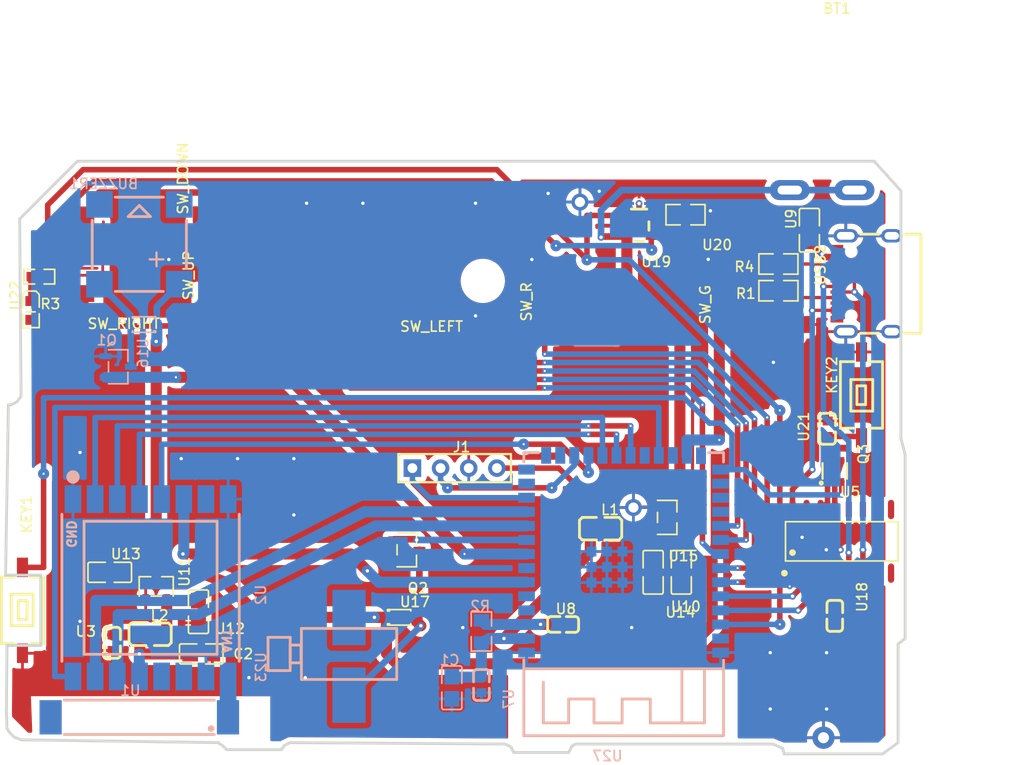
<source format=kicad_pcb>
(kicad_pcb (version 20240108) (generator "pcbnew") (generator_version "8.0")
  (title_block (title "MotoLoRa x Waffles") (date "2025-01-31") (rev "v0.4") (comment 2 "Modified by ON4BCY for Motorola Advisor Linguist") (comment 3 "Original concept by ON6RF & ON4PFD"))
  (layers (0 "F.Cu" signal "TopLayer") (31 "B.Cu" signal "BottomLayer") (34 "B.Paste" user "BottomPasteMaskLayer") (35 "F.Paste" user "TopPasteMaskLayer") (36 "B.SilkS" user "BottomSilkLayer") (37 "F.SilkS" user "TopSilkLayer") (38 "B.Mask" user "BottomSolderMaskLayer") (39 "F.Mask" user "TopSolderMaskLayer") (44 "Edge.Cuts" user "BoardOutLine"))
  (net 1 "")
  (net 2 "D-")
  (net 3 "D+")
  (net 4 "RADIO_RST")
  (net 5 "3.3V_RF")
  (net 6 "RADIO_DIO0")
  (net 7 "RADIO_DIO1")
  (net 8 "BATT")
  (net 9 "U1_1")
  (net 10 "3.3V")
  (net 11 "U8_2")
  (net 12 "MOTOR")
  (net 13 "U17_2")
  (net 14 "BUZZER1_2")
  (net 15 "ESP32_RX")
  (net 16 "ESP32_TX")
  (net 17 "+5V")
  (net 18 "IO0")
  (net 19 "RADIO_DIO2")
  (net 20 "CHARG")
  (net 21 "BTN-RED")
  (net 22 "BTN-LEFT")
  (net 23 "BTN-DOWN")
  (net 24 "BTN-GREEN")
  (net 25 "BTN-UP")
  (net 26 "BTN-RIGHT")
  (net 27 "BUZZER")
  (net 28 "RADIO_CS")
  (net 29 "ESP32_MOSI")
  (net 30 "ESP32_MISO")
  (net 31 "ESP32_CK")
  (net 32 "ESP32_SCL")
  (net 33 "ESP32_SDA")
  (net 34 "GND")
  (net 35 "U14_2")
  (net 36 "U11_2")
  (net 37 "U19_5")
  (net 38 "USB2_B5")
  (net 39 "USB2_A5")
  (net 40 "RTS")
  (net 41 "DTR")
  (net 42 "U5_4")
  (net 43 "RST")
  (net 44 "R3_2")
  (footprint "MotoLoRaXWaffles:L0805" (layer "F.Cu") (at 119.21 121.585)
    (property "Reference" "L2")
    (property "Value" "600Ω" (hide yes))
  )
  (footprint "MotoLoRaXWaffles:SW-SMD_L6.0-W3.7-LS8.0" (layer "F.Cu") (at 183.345 99.995 90)
    (property "Reference" "KEY2")
    (property "Value" "BUTTON2-3*6*2.5" (hide yes))
  )
  (footprint "MotoLoRaXWaffles:C0603" (layer "F.Cu") (at 156.421 120.696 180)
    (property "Reference" "U8")
    (property "Value" "1uF" (hide yes))
  )
  (footprint "MotoLoRaXWaffles:Pad_gge6166" (layer "F.Cu") (at 149.182 89.708)
    (property "Reference" "Pad_gge6166" (hide yes))
    (property "Value" "Pad_gge6166" (hide yes))
  )
  (footprint "MotoLoRaXWaffles:PUSH_BUTTON_MOTOLORA" (layer "F.Cu") (at 127.465 91.486 90)
    (property "Reference" "SW_UP")
    (property "Value" "BUTTON" (hide yes))
  )
  (footprint "MotoLoRaXWaffles:PUSH_BUTTON_MOTOLORA" (layer "F.Cu") (at 174.074 93.645 90)
    (property "Reference" "SW_G")
    (property "Value" "BUTTON" (hide yes))
  )
  (footprint "MotoLoRaXWaffles:C0603" (layer "F.Cu") (at 115.781 122.347 90)
    (property "Reference" "U3")
    (property "Value" "100nF" (hide yes))
  )
  (footprint "MotoLoRaXWaffles:R0805" (layer "F.Cu") (at 167.47 83.739 180)
    (property "Reference" "U20")
    (property "Value" "2.2kΩ" (hide yes))
  )
  (footprint "MotoLoRaXWaffles:PUSH_BUTTON_MOTOLORA" (layer "F.Cu") (at 157.945 93.391 90)
    (property "Reference" "SW_R")
    (property "Value" "BUTTON" (hide yes))
  )
  (footprint "MotoLoRaXWaffles:PUSH_BUTTON_MOTOLORA" (layer "F.Cu") (at 141.562 87.93 180)
    (property "Reference" "SW_LEFT")
    (property "Value" "BUTTON" (hide yes))
  )
  (footprint "MotoLoRaXWaffles:USB-C-SMD_CQ-USB-TYPE-C" (layer "F.Cu") (at 183.599 89.962 90)
    (property "Reference" "USB2")
    (property "Value" "CQ-USB- TYPE-C 16P母座四脚插板有柱" (hide yes))
  )
  (footprint "MotoLoRaXWaffles:C0805" (layer "F.Cu") (at 178.646 85.136 90)
    (property "Reference" "U9")
    (property "Value" "1uF" (hide yes))
  )
  (footprint "MotoLoRaXWaffles:C0805" (layer "F.Cu") (at 123.782 123.363 180)
    (property "Reference" "C2")
    (property "Value" "10uF" (hide yes))
  )
  (footprint "MotoLoRaXWaffles:PUSH_BUTTON_MOTOLORA" (layer "F.Cu") (at 126.957 83.739 90)
    (property "Reference" "SW_DOWN")
    (property "Value" "BUTTON" (hide yes))
  )
  (footprint "MotoLoRaXWaffles:C0805" (layer "F.Cu") (at 123.528 119.553 90)
    (property "Reference" "U12")
    (property "Value" "1uF" (hide yes))
  )
  (footprint "MotoLoRaXWaffles:C0603" (layer "F.Cu") (at 180.932 119.934 -90)
    (property "Reference" "U18")
    (property "Value" "100nF" (hide yes))
  )
  (footprint "MotoLoRaXWaffles:SOT-23-3_L3.0-W1.6-P1.90-LS2.8-BR" (layer "F.Cu") (at 142.324 113.965 180)
    (property "Reference" "Q2")
    (property "Value" "AO3400A" (hide yes))
  )
  (footprint "MotoLoRaXWaffles:C0805" (layer "F.Cu") (at 164.549 115.997 90)
    (property "Reference" "U14")
    (property "Value" "1uF" (hide yes))
  )
  (footprint "MotoLoRaXWaffles:PUSH_BUTTON_MOTOLORA" (layer "F.Cu") (at 113.368 87.676 180)
    (property "Reference" "SW_RIGHT")
    (property "Value" "BUTTON" (hide yes))
  )
  (footprint "MotoLoRaXWaffles:HDR-M-2.54_1X4" (layer "F.Cu") (at 146.642 106.599)
    (property "Reference" "J1")
    (property "Value" "HDR-M-2.54_1x4" (hide yes))
  )
  (footprint "MotoLoRaXWaffles:C0603" (layer "F.Cu") (at 180.297 103.043 90)
    (property "Reference" "U21")
    (property "Value" "10uF" (hide yes))
  )
  (footprint "MotoLoRaXWaffles:LED0603-FD" (layer "F.Cu") (at 108.415 92.375 90)
    (property "Reference" "U22")
    (property "Value" "APT1608SRCPRV" (hide yes))
  )
  (footprint "MotoLoRaXWaffles:SW-SMD_L6.0-W3.7-LS8.0" (layer "F.Cu") (at 107.6531 119.426 -90)
    (property "Reference" "KEY1")
    (property "Value" "BUTTON2-3*6*2.5" (hide yes))
  )
  (footprint "MotoLoRaXWaffles:R0603" (layer "F.Cu") (at 109.177 89.327 180)
    (property "Reference" "R3")
    (property "Value" "270ohms" (hide yes))
  )
  (footprint "MotoLoRaXWaffles:Pad_gge29981" (layer "F.Cu") (at 162.771 110.155)
    (property "Reference" "Pad_gge29981" (hide yes))
    (property "Value" "Pad_gge29981" (hide yes))
  )
  (footprint "MotoLoRaXWaffles:SOT-23-3_L2.9-W1.6-P1.90-LS2.8-BR" (layer "F.Cu") (at 165.819 111.044 180)
    (property "Reference" "U15")
    (property "Value" "MD57E33QA3" (hide yes))
  )
  (footprint "MotoLoRaXWaffles:SOT-23-5_L2.9-W1.6-P0.95-LS2.8-BR" (layer "F.Cu") (at 163.279 84.755 180)
    (property "Reference" "U19")
    (property "Value" "TP4054S5" (hide yes))
  )
  (footprint "MotoLoRaXWaffles:SOD-323FL_L1.7-W1.3-LS2.5-RD" (layer "F.Cu") (at 141.689 120.061)
    (property "Reference" "U17")
    (property "Value" "1N4148WF" (hide yes))
  )
  (footprint "MotoLoRaXWaffles:SOP-16_L10.0-W3.9-P1.27-LS6.0-BL" (layer "F.Cu") (at 181.567 113.203)
    (property "Reference" "U5")
    (property "Value" "CH340C" (hide yes))
  )
  (footprint "MotoLoRaXWaffles:R0805" (layer "F.Cu") (at 175.852 90.597)
    (property "Reference" "R1")
    (property "Value" "5.1kΩ" (hide yes))
  )
  (footprint "MotoLoRaXWaffles:SOT-23-3_L2.9-W1.6-P1.90-LS2.8-BR" (layer "F.Cu") (at 119.718 117.267 -90)
    (property "Reference" "U11")
    (property "Value" "MD57E33QA3" (hide yes))
  )
  (footprint "MotoLoRaXWaffles:L0805" (layer "F.Cu") (at 159.85 112.06)
    (property "Reference" "L1")
    (property "Value" "600Ω" (hide yes))
  )
  (footprint "MotoLoRaXWaffles:Pad_gge30041" (layer "F.Cu") (at 163.279 82.723)
    (property "Reference" "Pad_gge30041" (hide yes))
    (property "Value" "Pad_gge30041" (hide yes))
  )
  (footprint "MotoLoRaXWaffles:C0805" (layer "F.Cu") (at 167.089 115.997 90)
    (property "Reference" "U10")
    (property "Value" "1uF" (hide yes))
  )
  (footprint "MotoLoRaXWaffles:SC-70-6_L2.2-W1.3-P0.65-LS2.1-BR" (layer "F.Cu") (at 180.932 106.853 -90)
    (property "Reference" "Q3")
    (property "Value" "UMH3N" (hide yes))
  )
  (footprint "MotoLoRaXWaffles:AAA_MOTOROLA_ADVISDOR_LINGUIST" (layer "F.Cu") (at 179.789 106.218)
    (property "Reference" "BT1")
    (property "Value" "r" (hide yes))
  )
  (footprint "MotoLoRaXWaffles:R0805" (layer "F.Cu") (at 175.852 88.184)
    (property "Reference" "R4")
    (property "Value" "5.1kΩ" (hide yes))
  )
  (footprint "MotoLoRaXWaffles:Pad_gge30020" (layer "F.Cu") (at 157.945 82.596)
    (property "Reference" "Pad_gge30020" (hide yes))
    (property "Value" "Pad_gge30020" (hide yes))
  )
  (footprint "MotoLoRaXWaffles:C0805" (layer "F.Cu") (at 115.527 115.997)
    (property "Reference" "U13")
    (property "Value" "1uF" (hide yes))
  )
  (footprint "MotoLoRaXWaffles:C0603" (layer "B.Cu") (at 149.055 126.157 90)
    (property "Reference" "U7")
    (property "Value" "100nF" (hide yes))
  )
  (footprint "MotoLoRaXWaffles:SOT-23-3_L3.0-W1.6-P1.90-LS2.8-BR" (layer "B.Cu") (at 116.289 97.455 180)
    (property "Reference" "Q1")
    (property "Value" "AO3400A" (hide yes))
  )
  (footprint "MotoLoRaXWaffles:WIRELM-SMD_ESP32-S3-WROOM-1" (layer "B.Cu") (at 161.882 114.346)
    (property "Reference" "U27")
    (property "Value" "ESP32-S3-WROOM-1(N8R2)" (hide yes))
  )
  (footprint "MotoLoRaXWaffles:ANT-SMD_L16.0-W3.1" (layer "B.Cu") (at 118.194 129.078 180)
    (property "Reference" "U1")
    (property "Value" "AN1603-433" (hide yes))
  )
  (footprint "MotoLoRaXWaffles:SOD-323FL_L1.7-W1.3-LS2.5-RD" (layer "B.Cu") (at 118.575 93.645 180)
    (property "Reference" "U16")
    (property "Value" "1N4148WF" (hide yes))
  )
  (footprint "MotoLoRaXWaffles:C0805" (layer "B.Cu") (at 146.388 126.411 90)
    (property "Reference" "C1")
    (property "Value" "10uF" (hide yes))
  )
  (footprint "MotoLoRaXWaffles:WIRELM-SMD_SX1278S165SY-T-X1" (layer "B.Cu") (at 119.21 117.394 90)
    (property "Reference" "U2")
    (property "Value" "SX1278S43S+T-X1" (hide yes))
  )
  (footprint "MotoLoRaXWaffles:BUZ-SMD_4P-L8.5-W8.5-P8.50-BR" (layer "B.Cu") (at 118.194 86.406 180)
    (property "Reference" "BUZZER1")
    (property "Value" "2700Hz" (hide yes))
  )
  (footprint "MotoLoRaXWaffles:MOTOR_LCM04084521-B1" (layer "B.Cu") (at 137.117 123.363 -90)
    (property "Reference" "U23")
    (property "Value" "LCM04084521-B1" (hide yes))
  )
  (footprint "MotoLoRaXWaffles:R0805" (layer "B.Cu") (at 149.055 121.331 90)
    (property "Reference" "R2")
    (property "Value" "10kΩ" (hide yes))
  )
  (gr_line (start 106.383 100.884) (end 106.129 116.251) (stroke (width 0.254)) (layer "Edge.Cuts"))
  (gr_line (start 131.529 131.491) (end 131.783 131.364) (stroke (width 0.254)) (layer "Edge.Cuts"))
  (gr_line (start 176.36 132.38) (end 185.25 132.38) (stroke (width 0.254)) (layer "Edge.Cuts"))
  (gr_line (start 131.021 131.999) (end 131.275 131.618) (stroke (width 0.254)) (layer "Edge.Cuts"))
  (gr_line (start 131.275 131.618) (end 131.529 131.491) (stroke (width 0.254)) (layer "Edge.Cuts"))
  (gr_line (start 151.214 131.491) (end 151.722 131.745) (stroke (width 0.254)) (layer "Edge.Cuts"))
  (gr_line (start 157.31 131.618) (end 157.564 131.491) (stroke (width 0.254)) (layer "Edge.Cuts"))
  (gr_line (start 125.687 131.618) (end 125.941 131.872) (stroke (width 0.254)) (layer "Edge.Cuts"))
  (gr_line (start 157.183 131.745) (end 157.31 131.618) (stroke (width 0.254)) (layer "Edge.Cuts"))
  (gr_line (start 175.344 131.491) (end 176.233 131.872) (stroke (width 0.254)) (layer "Edge.Cuts"))
  (gr_line (start 151.976 132.253) (end 156.929 132.253) (stroke (width 0.254)) (layer "Edge.Cuts"))
  (gr_line (start 106.637 100.884) (end 106.383 100.884) (stroke (width 0.254)) (layer "Edge.Cuts"))
  (gr_line (start 131.783 131.364) (end 151.214 131.491) (stroke (width 0.254)) (layer "Edge.Cuts"))
  (gr_line (start 184.488 78.913) (end 112.606 78.913) (stroke (width 0.254)) (layer "Edge.Cuts"))
  (gr_line (start 186.647 131.364) (end 186.647 122.474) (stroke (width 0.254)) (layer "Edge.Cuts"))
  (gr_line (start 106.891 100.757) (end 106.637 100.884) (stroke (width 0.254)) (layer "Edge.Cuts"))
  (gr_line (start 156.929 132.253) (end 157.183 131.745) (stroke (width 0.254)) (layer "Edge.Cuts"))
  (gr_line (start 110.5765 80.9374) (end 107.399 84.12) (stroke (width 0.254)) (layer "Edge.Cuts"))
  (gr_line (start 186.647 122.474) (end 187.282 121.966) (stroke (width 0.254)) (layer "Edge.Cuts"))
  (gr_line (start 157.564 131.491) (end 175.344 131.491) (stroke (width 0.254)) (layer "Edge.Cuts"))
  (gr_line (start 106.256 122.601) (end 106.2051 128.6462) (stroke (width 0.254)) (layer "Edge.Cuts"))
  (gr_line (start 125.941 131.872) (end 126.068 131.999) (stroke (width 0.254)) (layer "Edge.Cuts"))
  (gr_line (start 106.256 130.094) (end 106.51 130.475) (stroke (width 0.254)) (layer "Edge.Cuts"))
  (gr_line (start 125.306 131.364) (end 125.687 131.618) (stroke (width 0.254)) (layer "Edge.Cuts"))
  (gr_line (start 106.129 116.251) (end 109.304 116.251) (stroke (width 0.254)) (layer "Edge.Cuts"))
  (gr_line (start 109.304 122.601) (end 106.256 122.601) (stroke (width 0.254)) (layer "Edge.Cuts"))
  (gr_line (start 107.399 84.12) (end 107.526 100.122) (stroke (width 0.254)) (layer "Edge.Cuts"))
  (gr_line (start 187.282 121.966) (end 187.282 105.3544) (stroke (width 0.254)) (layer "Edge.Cuts"))
  (gr_line (start 186.901 103.932) (end 186.901 81.58) (stroke (width 0.254)) (layer "Edge.Cuts"))
  (gr_line (start 107.145 100.63) (end 106.891 100.757) (stroke (width 0.254)) (layer "Edge.Cuts"))
  (gr_line (start 106.2051 128.6462) (end 106.256 130.094) (stroke (width 0.254)) (layer "Edge.Cuts"))
  (gr_line (start 185.25 132.38) (end 186.647 131.364) (stroke (width 0.254)) (layer "Edge.Cuts"))
  (gr_line (start 106.891 130.856) (end 107.526 131.11) (stroke (width 0.254)) (layer "Edge.Cuts"))
  (gr_line (start 186.901 81.58) (end 184.488 78.913) (stroke (width 0.254)) (layer "Edge.Cuts"))
  (gr_line (start 176.233 131.872) (end 176.36 132.38) (stroke (width 0.254)) (layer "Edge.Cuts"))
  (gr_line (start 187.282 105.3544) (end 186.901 103.932) (stroke (width 0.254)) (layer "Edge.Cuts"))
  (gr_line (start 151.722 131.745) (end 151.976 132.253) (stroke (width 0.254)) (layer "Edge.Cuts"))
  (gr_line (start 109.304 116.251) (end 109.304 122.601) (stroke (width 0.254)) (layer "Edge.Cuts"))
  (gr_line (start 107.526 100.122) (end 107.145 100.63) (stroke (width 0.254)) (layer "Edge.Cuts"))
  (gr_line (start 107.526 131.11) (end 125.306 131.364) (stroke (width 0.254)) (layer "Edge.Cuts"))
  (gr_line (start 126.068 131.999) (end 131.021 131.999) (stroke (width 0.254)) (layer "Edge.Cuts"))
  (gr_line (start 106.51 130.475) (end 106.891 130.856) (stroke (width 0.254)) (layer "Edge.Cuts"))
  (gr_line (start 112.606 78.913) (end 110.5765 80.9374) (stroke (width 0.254)) (layer "Edge.Cuts"))
  (segment (start 183.472 116.0755) (end 183.472 113.965) (width 0.5) (layer "F.Cu") (net 2))
  (segment (start 182.7049 89.7105) (end 181.125 89.7105) (width 0.3) (layer "F.Cu") (net 2))
  (segment (start 182.71 90.7113) (end 182.7049 89.7105) (width 0.3) (layer "F.Cu") (net 2))
  (segment (start 181.1261 90.7121) (end 182.71 90.7121) (width 0.3) (layer "F.Cu") (net 2))
  (via (at 182.71 90.7113) (size 0.62) (drill 0.31) (layers "F.Cu" "B.Cu") (net 2))
  (via (at 183.472 113.965) (size 0.62) (drill 0.31) (layers "F.Cu" "B.Cu") (net 2))
  (segment (start 183.472 113.965) (end 183.472 91.4733) (width 0.5) (layer "B.Cu") (net 2))
  (segment (start 183.472 91.4733) (end 182.71 90.7113) (width 0.5) (layer "B.Cu") (net 2))
  (segment (start 179.916 90.2109) (end 179.9287 89.2127) (width 0.3) (layer "F.Cu") (net 3))
  (segment (start 179.9287 89.2127) (end 181.125 89.2127) (width 0.3) (layer "F.Cu") (net 3))
  (segment (start 179.916 90.2109) (end 179.916 90.2109) (width 0.3) (layer "F.Cu") (net 3))
  (segment (start 181.125 90.2109) (end 179.916 90.2109) (width 0.3) (layer "F.Cu") (net 3))
  (segment (start 182.202 116.0755) (end 182.202 114.219) (width 0.5) (layer "F.Cu") (net 3))
  (via (at 179.916 90.2109) (size 0.62) (drill 0.31) (layers "F.Cu" "B.Cu") (net 3))
  (via (at 182.202 114.219) (size 0.62) (drill 0.31) (layers "F.Cu" "B.Cu") (net 3))
  (segment (start 182.202 104.186) (end 182.202 114.219) (width 0.5) (layer "B.Cu") (net 3))
  (segment (start 179.916 101.9) (end 182.202 104.186) (width 0.5) (layer "B.Cu") (net 3))
  (segment (start 179.916 90.2109) (end 179.916 101.9) (width 0.5) (layer "B.Cu") (net 3))
  (segment (start 122.131 114.346) (end 137.244 114.346) (width 1) (layer "F.Cu") (net 4))
  (segment (start 137.244 114.346) (end 138.768 115.87) (width 1) (layer "F.Cu") (net 4))
  (via (at 138.768 115.87) (size 1) (drill 0.31) (layers "F.Cu" "B.Cu") (net 4))
  (via (at 122.131 114.346) (size 1) (drill 0.31) (layers "F.Cu" "B.Cu") (net 4))
  (segment (start 122.21 114.267) (end 122.131 114.346) (width 1) (layer "B.Cu") (net 4))
  (segment (start 139.7891 116.8911) (end 138.768 115.87) (width 1) (layer "B.Cu") (net 4))
  (segment (start 153.1319 116.8911) (end 139.7891 116.8911) (width 1) (layer "B.Cu") (net 4))
  (segment (start 122.21 109.394) (end 122.21 114.267) (width 1) (layer "B.Cu") (net 4))
  (segment (start 122.782 123.363) (end 118.194 123.363) (width 1) (layer "F.Cu") (net 5))
  (segment (start 118.2438 121.585) (end 118.2438 123.3132) (width 1) (layer "F.Cu") (net 5))
  (segment (start 118.2438 121.585) (end 118.1818 121.647) (width 1) (layer "F.Cu") (net 5))
  (segment (start 118.1818 121.647) (end 115.781 121.647) (width 1) (layer "F.Cu") (net 5))
  (segment (start 118.2438 123.3132) (end 118.194 123.363) (width 1) (layer "F.Cu") (net 5))
  (via (at 118.194 123.363) (size 0.62) (drill 0.31) (layers "F.Cu" "B.Cu") (net 5))
  (segment (start 118.194 123.363) (end 118.2092 125.395) (width 1) (layer "B.Cu") (net 5))
  (segment (start 142.832 111.8111) (end 139.53 111.806) (width 1) (layer "B.Cu") (net 6))
  (segment (start 139.53 111.806) (end 123.528 119.807) (width 1) (layer "B.Cu") (net 6))
  (segment (start 153.132 111.8111) (end 142.832 111.8111) (width 1) (layer "B.Cu") (net 6))
  (segment (start 123.528 119.807) (end 116.289 119.807) (width 1) (layer "B.Cu") (net 6))
  (segment (start 116.289 119.807) (end 116.2103 125.395) (width 1) (layer "B.Cu") (net 6))
  (segment (start 114.21 125.394) (end 114.257 118.537) (width 1) (layer "B.Cu") (net 7))
  (segment (start 153.132 110.5411) (end 138.514 110.5411) (width 1) (layer "B.Cu") (net 7))
  (segment (start 114.257 118.537) (end 122.766 118.537) (width 1) (layer "B.Cu") (net 7))
  (segment (start 122.766 118.537) (end 138.514 110.5411) (width 1) (layer "B.Cu") (net 7))
  (segment (start 167.054 111.044) (end 167.089 111.079) (width 1) (layer "F.Cu") (net 8))
  (segment (start 123.909 116.124) (end 125.941 116.886) (width 1) (layer "F.Cu") (net 8))
  (segment (start 162.1789 85.705) (end 159.916 85.705) (width 0.6) (layer "F.Cu") (net 8))
  (segment (start 119.718 116.032) (end 119.718 95.169) (width 1) (layer "F.Cu") (net 8))
  (segment (start 167.089 111.079) (end 167.089 114.997) (width 1) (layer "F.Cu") (net 8))
  (segment (start 119.718 116.0321) (end 123.909 116.124) (width 1) (layer "F.Cu") (net 8))
  (segment (start 125.941 116.886) (end 129.116 120.061) (width 1) (layer "F.Cu") (net 8))
  (segment (start 129.116 120.061) (end 140.4891 120.061) (width 1) (layer "F.Cu") (net 8))
  (segment (start 140.4901 120.061) (end 140.4901 123.3071) (width 1) (layer "F.Cu") (net 8))
  (segment (start 162.1789 90.5129) (end 166.962 95.296) (width 1) (layer "F.Cu") (net 8))
  (segment (start 123.909 116.124) (end 123.909 116.124) (width 1) (layer "F.Cu") (net 8))
  (segment (start 141.435 124.252) (end 166.327 124.252) (width 1) (layer "F.Cu") (net 8))
  (segment (start 166.962 95.296) (end 166.962 110.952) (width 1) (layer "F.Cu") (net 8))
  (segment (start 166.962 110.952) (end 167.054 111.044) (width 1) (layer "F.Cu") (net 8))
  (segment (start 116.5269 115.9969) (end 116.5621 116.0321) (width 1) (layer "F.Cu") (net 8))
  (segment (start 116.5621 116.0321) (end 119.718 116.0321) (width 1) (layer "F.Cu") (net 8))
  (segment (start 159.916 85.705) (end 159.85 85.771) (width 0.6) (layer "F.Cu") (net 8))
  (segment (start 169.883 120.696) (end 169.8678 114.9962) (width 1) (layer "F.Cu") (net 8))
  (segment (start 169.8678 114.9962) (end 167.089 114.9962) (width 1) (layer "F.Cu") (net 8))
  (segment (start 162.1789 85.705) (end 162.1789 90.5129) (width 1) (layer "F.Cu") (net 8))
  (segment (start 166.327 124.252) (end 169.883 120.696) (width 1) (layer "F.Cu") (net 8))
  (segment (start 140.4891 120.061) (end 139.403 120.061) (width 1) (layer "F.Cu") (net 8))
  (segment (start 140.4901 123.3071) (end 141.435 124.252) (width 1) (layer "F.Cu") (net 8))
  (via (at 139.403 120.061) (size 0.62) (drill 0.31) (layers "F.Cu" "B.Cu") (net 8))
  (via (at 119.718 95.169) (size 1) (drill 0.31) (layers "F.Cu" "B.Cu") (net 8))
  (via (at 159.85 85.771) (size 0.62) (drill 0.31) (layers "F.Cu" "B.Cu") (net 8))
  (segment (start 159.85 83.358) (end 161.6915 81.5165) (width 0.6) (layer "B.Cu") (net 8))
  (segment (start 121.7939 90.0059) (end 119.7749 92.025) (width 0.6) (layer "B.Cu") (net 8))
  (segment (start 119.7749 95.1121) (end 119.7749 93.645) (width 1) (layer "B.Cu") (net 8))
  (segment (start 176.868 81.5165) (end 182.71 81.5165) (width 0.6) (layer "B.Cu") (net 8))
  (segment (start 137.117 120.0788) (end 139.403 120.061) (width 1) (layer "B.Cu") (net 8))
  (segment (start 159.85 85.771) (end 159.85 83.358) (width 0.6) (layer "B.Cu") (net 8))
  (segment (start 119.718 95.169) (end 119.7749 95.1121) (width 1) (layer "B.Cu") (net 8))
  (segment (start 119.7749 92.025) (end 119.7749 93.645) (width 0.6) (layer "B.Cu") (net 8))
  (segment (start 161.6915 81.5165) (end 176.868 81.5165) (width 0.6) (layer "B.Cu") (net 8))
  (segment (start 126.2102 125.395) (end 126.195 129.078) (width 1.5) (layer "B.Cu") (net 9))
  (segment (start 158.8838 109.4428) (end 158.8838 112.06) (width 0.5) (layer "F.Cu") (net 10))
  (segment (start 156.04 106.599) (end 158.8838 109.4428) (width 0.5) (layer "F.Cu") (net 10))
  (segment (start 151.0945 121.968) (end 158.8838 114.1787) (width 1) (layer "F.Cu") (net 10))
  (segment (start 158.8838 114.1787) (end 158.8838 112.06) (width 1) (layer "F.Cu") (net 10))
  (segment (start 150.452 106.599) (end 156.04 106.599) (width 0.5) (layer "F.Cu") (net 10))
  (via (at 151.0946 121.968) (size 1) (drill 0.31) (layers "F.Cu" "B.Cu") (net 10))
  (segment (start 146.388 125.411) (end 146.434 125.457) (width 1) (layer "B.Cu") (net 10))
  (segment (start 149.055 122.331) (end 149.055 125.457) (width 1) (layer "B.Cu") (net 10))
  (segment (start 146.434 125.457) (end 149.055 125.457) (width 1) (layer "B.Cu") (net 10))
  (segment (start 151.0945 121.968) (end 149.817 121.966) (width 1) (layer "B.Cu") (net 10))
  (segment (start 149.817 121.966) (end 149.055 122.331) (width 1) (layer "B.Cu") (net 10))
  (segment (start 153.132 121.9711) (end 151.0945 121.968) (width 1) (layer "B.Cu") (net 10))
  (segment (start 155.721 120.696) (end 154.389 120.696) (width 1) (layer "F.Cu") (net 11))
  (via (at 154.389 120.696) (size 0.62) (drill 0.31) (layers "F.Cu" "B.Cu") (net 11))
  (segment (start 149.4251 120.7011) (end 153.132 120.7011) (width 1) (layer "B.Cu") (net 11))
  (segment (start 149.055 120.331) (end 149.4251 120.7011) (width 1) (layer "B.Cu") (net 11))
  (segment (start 153.1317 120.7011) (end 154.389 120.696) (width 1) (layer "B.Cu") (net 11))
  (segment (start 141.1891 113.015) (end 143.1602 113.015) (width 0.6) (layer "F.Cu") (net 12))
  (segment (start 143.1602 113.015) (end 143.2212 113.076) (width 0.6) (layer "F.Cu") (net 12))
  (via (at 143.2211 113.076) (size 0.62) (drill 0.31) (layers "F.Cu" "B.Cu") (net 12))
  (segment (start 143.2263 113.0811) (end 143.2212 113.076) (width 0.6) (layer "B.Cu") (net 12))
  (segment (start 153.132 113.0811) (end 143.2263 113.0811) (width 0.6) (layer "B.Cu") (net 12))
  (segment (start 142.8889 120.1179) (end 143.594 120.823) (width 1) (layer "F.Cu") (net 13))
  (segment (start 143.4592 120.6882) (end 143.4592 113.965) (width 0.6) (layer "F.Cu") (net 13))
  (segment (start 143.594 120.823) (end 143.4592 120.6882) (width 0.6) (layer "F.Cu") (net 13))
  (segment (start 142.8889 120.061) (end 142.8889 120.1179) (width 1) (layer "F.Cu") (net 13))
  (via (at 143.594 120.823) (size 0.62) (drill 0.31) (layers "F.Cu" "B.Cu") (net 13))
  (segment (start 137.338 127.079) (end 137.117 127.079) (width 0.6) (layer "B.Cu") (net 13))
  (segment (start 143.594 120.823) (end 137.338 127.079) (width 0.6) (layer "B.Cu") (net 13))
  (segment (start 114.5941 90.0059) (end 117.3751 92.787) (width 0.6) (layer "B.Cu") (net 14))
  (segment (start 117.3751 93.645) (end 117.4241 93.694) (width 0.6) (layer "B.Cu") (net 14))
  (segment (start 117.4241 93.694) (end 117.4241 97.455) (width 0.6) (layer "B.Cu") (net 14))
  (segment (start 117.3751 92.787) (end 117.3751 93.645) (width 0.6) (layer "B.Cu") (net 14))
  (segment (start 178.392 116.0755) (end 178.392 116.886) (width 0.5) (layer "F.Cu") (net 15))
  (segment (start 178.392 116.886) (end 177.122 118.156) (width 0.5) (layer "F.Cu") (net 15))
  (via (at 177.122 118.156) (size 0.62) (drill 0.31) (layers "F.Cu" "B.Cu") (net 15))
  (segment (start 170.6321 118.1611) (end 170.6372 118.156) (width 0.5) (layer "B.Cu") (net 15))
  (segment (start 170.6372 118.156) (end 177.122 118.156) (width 0.5) (layer "B.Cu") (net 15))
  (segment (start 179.662 116.0755) (end 179.662 117.394) (width 0.5) (layer "F.Cu") (net 16))
  (segment (start 179.662 117.394) (end 177.63 119.426) (width 0.5) (layer "F.Cu") (net 16))
  (via (at 177.63 119.426) (size 0.62) (drill 0.31) (layers "F.Cu" "B.Cu") (net 16))
  (segment (start 170.6323 119.4311) (end 177.63 119.426) (width 0.5) (layer "B.Cu") (net 16))
  (segment (start 178.913 92.362) (end 178.9 92.375) (width 0.3) (layer "F.Cu") (net 17))
  (segment (start 111.082 93.2259) (end 111.082 83.739) (width 0.5) (layer "F.Cu") (net 17))
  (segment (start 149.944 80.691) (end 155.786 86.533) (width 0.5) (layer "F.Cu") (net 17))
  (segment (start 178.215 85.705) (end 164.3791 85.705) (width 0.6) (layer "F.Cu") (net 17))
  (segment (start 111.082 83.739) (end 114.13 80.691) (width 0.5) (layer "F.Cu") (net 17))
  (segment (start 180.072 87.562) (end 181.1243 87.562) (width 0.6) (layer "F.Cu") (net 17))
  (segment (start 178.9 106.726) (end 177.122 108.504) (width 0.5) (layer "F.Cu") (net 17))
  (segment (start 178.646 86.136) (end 178.215 85.705) (width 0.6) (layer "F.Cu") (net 17))
  (segment (start 181.1281 92.362) (end 178.913 92.362) (width 0.3) (layer "F.Cu") (net 17))
  (segment (start 114.13 80.691) (end 149.944 80.691) (width 0.5) (layer "F.Cu") (net 17))
  (segment (start 177.122 108.504) (end 177.122 110.3305) (width 0.5) (layer "F.Cu") (net 17))
  (segment (start 108.415 93.2259) (end 111.082 93.2259) (width 0.5) (layer "F.Cu") (net 17))
  (segment (start 164.3791 85.705) (end 164.3791 86.8711) (width 0.5) (layer "F.Cu") (net 17))
  (segment (start 178.646 86.136) (end 179.7949 87.2849) (width 0.6) (layer "F.Cu") (net 17))
  (segment (start 164.3791 86.8711) (end 164.422 86.914) (width 0.5) (layer "F.Cu") (net 17))
  (segment (start 179.7949 87.2849) (end 180.072 87.562) (width 0.6) (layer "F.Cu") (net 17))
  (via (at 178.9 106.726) (size 0.62) (drill 0.31) (layers "F.Cu" "B.Cu") (net 17))
  (via (at 164.422 86.914) (size 1) (drill 0.2) (layers "F.Cu" "B.Cu") (net 17))
  (via (at 155.786 86.533) (size 1) (drill 0.2) (layers "F.Cu" "B.Cu") (net 17))
  (via (at 179.7948 87.2848) (size 0.62) (drill 0.31) (layers "F.Cu" "B.Cu") (net 17))
  (via (at 178.9 92.375) (size 0.62) (drill 0.31) (layers "F.Cu" "B.Cu") (net 17))
  (segment (start 178.9 92.375) (end 178.9 106.726) (width 0.5) (layer "B.Cu") (net 17))
  (segment (start 178.9 87.295) (end 178.9 92.375) (width 0.5) (layer "B.Cu") (net 17))
  (segment (start 164.041 86.533) (end 155.786 86.533) (width 0.5) (layer "B.Cu") (net 17))
  (segment (start 178.9 92.375) (end 178.8941 92.375) (width 0.5) (layer "B.Cu") (net 17))
  (segment (start 164.422 86.914) (end 164.041 86.533) (width 0.5) (layer "B.Cu") (net 17))
  (segment (start 109.558 115.551) (end 109.558 107.107) (width 0.5) (layer "F.Cu") (net 18))
  (segment (start 107.6533 115.551) (end 109.558 115.551) (width 0.5) (layer "F.Cu") (net 18))
  (segment (start 181.567 107.818) (end 181.567 109.012) (width 0.5) (layer "F.Cu") (net 18))
  (segment (start 181.582 107.803) (end 181.567 107.818) (width 0.5) (layer "F.Cu") (net 18))
  (via (at 109.558 107.107) (size 1) (drill 0.2) (layers "F.Cu" "B.Cu") (net 18))
  (via (at 181.567 109.012) (size 0.5) (drill 0.31) (layers "F.Cu" "B.Cu") (net 18))
  (segment (start 170.645 102.535) (end 171.661 103.551) (width 0.5) (layer "B.Cu") (net 18))
  (segment (start 169.629 102.535) (end 170.645 102.535) (width 0.5) (layer "B.Cu") (net 18))
  (segment (start 175.0798 109.012) (end 172.7989 106.7311) (width 0.5) (layer "B.Cu") (net 18))
  (segment (start 171.661 103.551) (end 171.661 106.7311) (width 0.5) (layer "B.Cu") (net 18))
  (segment (start 172.7989 106.7311) (end 170.6321 106.7311) (width 0.5) (layer "B.Cu") (net 18))
  (segment (start 181.567 109.012) (end 175.0798 109.012) (width 0.5) (layer "B.Cu") (net 18))
  (segment (start 109.558 100.249) (end 167.343 100.249) (width 0.5) (layer "B.Cu") (net 18))
  (segment (start 109.558 107.107) (end 109.558 100.249) (width 0.5) (layer "B.Cu") (net 18))
  (segment (start 167.343 100.249) (end 169.629 102.535) (width 0.5) (layer "B.Cu") (net 18))
  (segment (start 165.057 101.138) (end 165.057 105.4509) (width 0.5) (layer "B.Cu") (net 19))
  (segment (start 110.574 109.139) (end 110.574 101.138) (width 0.5) (layer "B.Cu") (net 19))
  (segment (start 110.574 125.394) (end 110.574 109.139) (width 0.5) (layer "B.Cu") (net 19))
  (segment (start 110.574 101.138) (end 165.057 101.138) (width 0.5) (layer "B.Cu") (net 19))
  (segment (start 112.21 125.394) (end 110.574 125.394) (width 0.5) (layer "B.Cu") (net 19))
  (segment (start 109.9304 82.8586) (end 113.114 79.675) (width 0.5) (layer "F.Cu") (net 20))
  (segment (start 158.58 83.805) (end 158.58 87.803) (width 0.5) (layer "F.Cu") (net 20))
  (segment (start 109.9304 89.327) (end 109.9304 82.8586) (width 0.5) (layer "F.Cu") (net 20))
  (segment (start 113.114 79.675) (end 150.452 79.675) (width 0.5) (layer "F.Cu") (net 20))
  (segment (start 150.452 79.675) (end 158.58 87.803) (width 0.5) (layer "F.Cu") (net 20))
  (segment (start 175.979 101.392) (end 175.979 120.696) (width 0.5) (layer "F.Cu") (net 20))
  (segment (start 162.1789 83.805) (end 158.58 83.805) (width 0.5) (layer "F.Cu") (net 20))
  (via (at 175.979 101.392) (size 1) (drill 0.2) (layers "F.Cu" "B.Cu") (net 20))
  (via (at 158.58 87.803) (size 1) (drill 0.2) (layers "F.Cu" "B.Cu") (net 20))
  (via (at 175.979 120.696) (size 1) (drill 0.2) (layers "F.Cu" "B.Cu") (net 20))
  (segment (start 162.39 87.803) (end 175.979 101.392) (width 0.5) (layer "B.Cu") (net 20))
  (segment (start 175.979 120.696) (end 170.6323 120.7011) (width 0.5) (layer "B.Cu") (net 20))
  (segment (start 158.58 87.803) (end 162.39 87.803) (width 0.5) (layer "B.Cu") (net 20))
  (segment (start 154.77 93.391) (end 154.77 96.312) (width 0.5) (layer "F.Cu") (net 21))
  (segment (start 174.836 102.027) (end 174.836 116.886) (width 0.5) (layer "F.Cu") (net 21))
  (segment (start 174.836 116.886) (end 172.169 116.886) (width 0.5) (layer "F.Cu") (net 21))
  (via (at 154.77 96.312) (size 0.5) (drill 0.2) (layers "F.Cu" "B.Cu") (net 21))
  (via (at 172.169 116.886) (size 0.5) (drill 0.2) (layers "F.Cu" "B.Cu") (net 21))
  (via (at 174.836 102.027) (size 0.5) (drill 0.2) (layers "F.Cu" "B.Cu") (net 21))
  (segment (start 154.77 96.312) (end 169.121 96.312) (width 0.5) (layer "B.Cu") (net 21))
  (segment (start 172.169 116.886) (end 170.6323 116.8911) (width 0.5) (layer "B.Cu") (net 21))
  (segment (start 169.121 96.312) (end 174.836 102.027) (width 0.5) (layer "B.Cu") (net 21))
  (segment (start 173.693 102.154) (end 173.693 115.616) (width 0.5) (layer "F.Cu") (net 22))
  (segment (start 173.693 115.616) (end 172.169 115.616) (width 0.5) (layer "F.Cu") (net 22))
  (segment (start 141.562 91.105) (end 141.562 97.074) (width 0.5) (layer "F.Cu") (net 22))
  (segment (start 141.562 97.074) (end 154.77 97.074) (width 0.5) (layer "F.Cu") (net 22))
  (via (at 172.169 115.616) (size 0.5) (drill 0.2) (layers "F.Cu" "B.Cu") (net 22))
  (via (at 173.693 102.154) (size 0.5) (drill 0.2) (layers "F.Cu" "B.Cu") (net 22))
  (via (at 154.77 97.074) (size 0.5) (drill 0.2) (layers "F.Cu" "B.Cu") (net 22))
  (segment (start 168.613 97.074) (end 173.693 102.154) (width 0.5) (layer "B.Cu") (net 22))
  (segment (start 154.77 97.074) (end 168.613 97.074) (width 0.5) (layer "B.Cu") (net 22))
  (segment (start 172.169 115.616) (end 170.6323 115.6211) (width 0.5) (layer "B.Cu") (net 22))
  (segment (start 138.895 97.836) (end 154.77 97.836) (width 0.5) (layer "F.Cu") (net 23))
  (segment (start 138.895 86.787) (end 138.895 97.836) (width 0.5) (layer "F.Cu") (net 23))
  (segment (start 172.931 102.535) (end 172.931 113.076) (width 0.5) (layer "F.Cu") (net 23))
  (segment (start 123.782 83.739) (end 123.782 86.787) (width 0.5) (layer "F.Cu") (net 23))
  (segment (start 123.782 86.787) (end 138.895 86.787) (width 0.5) (layer "F.Cu") (net 23))
  (via (at 172.931 113.076) (size 0.5) (drill 0.2) (layers "F.Cu" "B.Cu") (net 23))
  (via (at 154.77 97.836) (size 0.5) (drill 0.2) (layers "F.Cu" "B.Cu") (net 23))
  (via (at 172.931 102.535) (size 0.5) (drill 0.2) (layers "F.Cu" "B.Cu") (net 23))
  (segment (start 154.77 97.836) (end 168.232 97.836) (width 0.5) (layer "B.Cu") (net 23))
  (segment (start 168.232 97.836) (end 172.931 102.535) (width 0.5) (layer "B.Cu") (net 23))
  (segment (start 172.931 113.076) (end 170.6323 113.0811) (width 0.5) (layer "B.Cu") (net 23))
  (segment (start 170.899 93.645) (end 170.518 94.026) (width 1) (layer "F.Cu") (net 24))
  (segment (start 170.518 94.026) (end 170.518 104.059) (width 1) (layer "F.Cu") (net 24))
  (via (at 170.518 104.059) (size 1) (drill 0.2) (layers "F.Cu" "B.Cu") (net 24))
  (segment (start 167.597 104.059) (end 167.597 105.4509) (width 1) (layer "B.Cu") (net 24))
  (segment (start 170.518 104.059) (end 167.597 104.059) (width 1) (layer "B.Cu") (net 24))
  (segment (start 124.29 94.026) (end 138.006 94.026) (width 0.5) (layer "F.Cu") (net 25))
  (segment (start 138.006 94.026) (end 138.006 98.471) (width 0.5) (layer "F.Cu") (net 25))
  (segment (start 138.006 98.598) (end 154.77 98.598) (width 0.5) (layer "F.Cu") (net 25))
  (segment (start 124.29 91.486) (end 124.29 94.026) (width 0.5) (layer "F.Cu") (net 25))
  (segment (start 172.169 102.662) (end 172.169 111.806) (width 0.5) (layer "F.Cu") (net 25))
  (via (at 172.169 102.662) (size 0.5) (drill 0.2) (layers "F.Cu" "B.Cu") (net 25))
  (via (at 154.77 98.598) (size 0.5) (drill 0.2) (layers "F.Cu" "B.Cu") (net 25))
  (via (at 172.169 111.806) (size 0.5) (drill 0.2) (layers "F.Cu" "B.Cu") (net 25))
  (segment (start 172.169 111.806) (end 170.6323 111.8111) (width 0.5) (layer "B.Cu") (net 25))
  (segment (start 154.77 98.598) (end 168.105 98.598) (width 0.5) (layer "B.Cu") (net 25))
  (segment (start 168.105 98.598) (end 172.169 102.662) (width 0.5) (layer "B.Cu") (net 25))
  (segment (start 123.02 93.772) (end 123.02 95.169) (width 0.5) (layer "F.Cu") (net 26))
  (segment (start 123.02 95.169) (end 137.244 95.169) (width 0.5) (layer "F.Cu") (net 26))
  (segment (start 113.368 90.851) (end 113.368 93.772) (width 0.5) (layer "F.Cu") (net 26))
  (segment (start 137.244 95.169) (end 137.244 98.217) (width 0.5) (layer "F.Cu") (net 26))
  (segment (start 137.244 98.217) (end 137.244 99.36) (width 0.5) (layer "F.Cu") (net 26))
  (segment (start 113.368 93.772) (end 123.02 93.772) (width 0.5) (layer "F.Cu") (net 26))
  (segment (start 168.994 100.884) (end 168.994 113.33) (width 0.5) (layer "F.Cu") (net 26))
  (segment (start 137.244 99.36) (end 154.77 99.36) (width 0.5) (layer "F.Cu") (net 26))
  (via (at 168.994 113.33) (size 0.5) (drill 0.2) (layers "F.Cu" "B.Cu") (net 26))
  (via (at 168.994 100.884) (size 0.5) (drill 0.2) (layers "F.Cu" "B.Cu") (net 26))
  (via (at 154.77 99.36) (size 0.5) (drill 0.2) (layers "F.Cu" "B.Cu") (net 26))
  (segment (start 167.47 99.36) (end 168.994 100.884) (width 0.5) (layer "B.Cu") (net 26))
  (segment (start 170.0151 114.3511) (end 170.632 114.3511) (width 0.5) (layer "B.Cu") (net 26))
  (segment (start 168.994 113.33) (end 170.0151 114.3511) (width 0.5) (layer "B.Cu") (net 26))
  (segment (start 154.77 99.36) (end 167.47 99.36) (width 0.5) (layer "B.Cu") (net 26))
  (segment (start 121.496 98.405) (end 131.59 98.405) (width 1) (layer "F.Cu") (net 27))
  (segment (start 131.59 98.405) (end 147.531 114.346) (width 1) (layer "F.Cu") (net 27))
  (via (at 147.531 114.346) (size 1) (drill 0.2) (layers "F.Cu" "B.Cu") (net 27))
  (via (at 121.496 98.405) (size 1) (drill 0.2) (layers "F.Cu" "B.Cu") (net 27))
  (segment (start 115.1541 98.405) (end 121.496 98.405) (width 1) (layer "B.Cu") (net 27))
  (segment (start 147.531 114.346) (end 153.1317 114.3511) (width 1) (layer "B.Cu") (net 27))
  (segment (start 156.167 104.44) (end 158.707 106.98) (width 0.5) (layer "F.Cu") (net 28))
  (segment (start 152.865 104.44) (end 156.167 104.44) (width 0.5) (layer "F.Cu") (net 28))
  (via (at 152.865 104.44) (size 1) (drill 0.2) (layers "F.Cu" "B.Cu") (net 28))
  (via (at 158.707 106.98) (size 1) (drill 0.2) (layers "F.Cu" "B.Cu") (net 28))
  (segment (start 120.21 104.44) (end 152.865 104.44) (width 0.5) (layer "B.Cu") (net 28))
  (segment (start 158.707 105.4509) (end 158.707 106.98) (width 0.5) (layer "B.Cu") (net 28))
  (segment (start 120.21 109.394) (end 120.21 104.44) (width 0.5) (layer "B.Cu") (net 28))
  (segment (start 159.977 102.027) (end 159.977 105.4509) (width 0.5) (layer "B.Cu") (net 29))
  (segment (start 114.21 109.394) (end 114.21 102.027) (width 0.5) (layer "B.Cu") (net 29))
  (segment (start 114.21 102.027) (end 159.977 102.027) (width 0.5) (layer "B.Cu") (net 29))
  (segment (start 162.517 102.789) (end 158.707 102.789) (width 0.5) (layer "F.Cu") (net 30))
  (via (at 162.517 102.789) (size 0.5) (drill 0.2) (layers "F.Cu" "B.Cu") (net 30))
  (via (at 158.707 102.789) (size 0.5) (drill 0.2) (layers "F.Cu" "B.Cu") (net 30))
  (segment (start 116.21 102.789) (end 158.707 102.789) (width 0.5) (layer "B.Cu") (net 30))
  (segment (start 116.21 109.394) (end 116.21 102.789) (width 0.5) (layer "B.Cu") (net 30))
  (segment (start 162.517 102.789) (end 162.517 105.4509) (width 0.5) (layer "B.Cu") (net 30))
  (segment (start 158.707 103.551) (end 161.247 103.551) (width 0.5) (layer "F.Cu") (net 31))
  (via (at 158.707 103.551) (size 0.5) (drill 0.2) (layers "F.Cu" "B.Cu") (net 31))
  (via (at 161.247 103.551) (size 0.5) (drill 0.2) (layers "F.Cu" "B.Cu") (net 31))
  (segment (start 118.21 109.394) (end 118.21 103.551) (width 0.5) (layer "B.Cu") (net 31))
  (segment (start 161.247 105.4509) (end 161.247 103.551) (width 0.5) (layer "B.Cu") (net 31))
  (segment (start 118.21 103.551) (end 158.707 103.551) (width 0.5) (layer "B.Cu") (net 31))
  (segment (start 146.007 108.377) (end 155.405 108.377) (width 0.5) (layer "F.Cu") (net 32))
  (via (at 146.007 108.377) (size 1) (drill 0.2) (layers "F.Cu" "B.Cu") (net 32))
  (via (at 155.405 108.377) (size 1) (drill 0.2) (layers "F.Cu" "B.Cu") (net 32))
  (segment (start 155.405 108.377) (end 157.437 106.345) (width 0.5) (layer "B.Cu") (net 32))
  (segment (start 145.372 106.599) (end 145.372 107.742) (width 0.5) (layer "B.Cu") (net 32))
  (segment (start 157.437 106.345) (end 157.437 105.4509) (width 0.5) (layer "B.Cu") (net 32))
  (segment (start 145.372 107.742) (end 146.007 108.377) (width 0.5) (layer "B.Cu") (net 32))
  (segment (start 144.3611 109.2711) (end 153.132 109.2711) (width 0.5) (layer "B.Cu") (net 33))
  (segment (start 142.832 106.599) (end 142.832 107.742) (width 0.5) (layer "B.Cu") (net 33))
  (segment (start 142.832 107.742) (end 144.3611 109.2711) (width 0.5) (layer "B.Cu") (net 33))
  (segment (start 159.6849 81.6232) (end 169.0372 81.6232) (width 0.5) (layer "F.Cu") (net 34))
  (segment (start 169.0372 81.6232) (end 169.7154 82.3014) (width 0.5) (layer "F.Cu") (net 34))
  (segment (start 169.7154 82.3014) (end 169.7154 83.3809) (width 0.5) (layer "F.Cu") (net 34))
  (segment (start 163.279 84.755) (end 163.279 82.723) (width 0.5) (layer "F.Cu") (net 34))
  (segment (start 176.868 117.267) (end 177.122 117.013) (width 0.5) (layer "F.Cu") (net 34))
  (segment (start 162.1789 84.755) (end 163.279 84.755) (width 0.5) (layer "F.Cu") (net 34))
  (segment (start 177.122 117.013) (end 177.122 116.0755) (width 0.5) (layer "F.Cu") (net 34))
  (via (at 132.1368 105.7438) (size 1) (drill 0.305) (layers "F.Cu" "B.Cu") (net 34))
  (via (at 138.3663 82.6998) (size 1) (drill 0.305) (layers "F.Cu" "B.Cu") (net 34))
  (via (at 148.5262 82.6998) (size 1) (drill 0.305) (layers "F.Cu" "B.Cu") (net 34))
  (via (at 180.195 123.2497) (size 1) (drill 0.305) (layers "F.Cu" "B.Cu") (net 34))
  (via (at 175.115 123.2497) (size 1) (drill 0.305) (layers "F.Cu" "B.Cu") (net 34))
  (via (at 180.17 113.965) (size 0.62) (drill 0.31) (layers "F.Cu" "B.Cu") (net 34))
  (via (at 112.8439 105.1798) (size 1) (drill 0.305) (layers "F.Cu" "B.Cu") (net 34))
  (via (at 112.8439 120.4197) (size 1) (drill 0.305) (layers "F.Cu" "B.Cu") (net 34))
  (via (at 175.3966 97.0578) (size 1) (drill 0.305) (layers "F.Cu" "B.Cu") (net 34))
  (via (at 153.6062 87.7798) (size 1) (drill 0.305) (layers "F.Cu" "B.Cu") (net 34))
  (via (at 159.6859 81.6229) (size 0.61) (drill 0.305) (layers "F.Cu" "B.Cu") (net 34))
  (via (at 177.9878 112.8418) (size 1) (drill 0.305) (layers "F.Cu" "B.Cu") (net 34))
  (via (at 176.868 117.267) (size 0.5) (drill 0.2) (layers "F.Cu" "B.Cu") (net 34))
  (via (at 147.3768 120.9838) (size 1) (drill 0.305) (layers "F.Cu" "B.Cu") (net 34))
  (via (at 133.2863 82.6998) (size 1) (drill 0.305) (layers "F.Cu" "B.Cu") (net 34))
  (via (at 132.1368 110.8238) (size 1) (drill 0.305) (layers "F.Cu" "B.Cu") (net 34))
  (via (at 133.1638 125.4997) (size 1) (drill 0.305) (layers "F.Cu" "B.Cu") (net 34))
  (via (at 120.8579 87.7798) (size 1) (drill 0.305) (layers "F.Cu" "B.Cu") (net 34))
  (via (at 128.0838 125.4997) (size 1) (drill 0.305) (layers "F.Cu" "B.Cu") (net 34))
  (via (at 180.195 128.3297) (size 1) (drill 0.305) (layers "F.Cu" "B.Cu") (net 34))
  (via (at 121.9768 105.7438) (size 1) (drill 0.305) (layers "F.Cu" "B.Cu") (net 34))
  (via (at 181.44 113.965) (size 0.62) (drill 0.31) (layers "F.Cu" "B.Cu") (net 34))
  (via (at 169.5177 87.7638) (size 1) (drill 0.305) (layers "F.Cu" "B.Cu") (net 34))
  (via (at 162.6167 120.9838) (size 1) (drill 0.305) (layers "F.Cu" "B.Cu") (net 34))
  (via (at 163.279 82.723) (size 0.61) (drill 0.305) (layers "F.Cu" "B.Cu") (net 34))
  (via (at 175.115 128.3297) (size 1) (drill 0.305) (layers "F.Cu" "B.Cu") (net 34))
  (via (at 169.7164 83.3804) (size 0.61) (drill 0.305) (layers "F.Cu" "B.Cu") (net 34))
  (via (at 148.5262 92.8598) (size 1) (drill 0.305) (layers "F.Cu" "B.Cu") (net 34))
  (via (at 155.0766 81.8179) (size 1) (drill 0.305) (layers "F.Cu" "B.Cu") (net 34))
  (via (at 127.0568 105.7438) (size 1) (drill 0.305) (layers "F.Cu" "B.Cu") (net 34))
  (segment (start 160.8823 111.994) (end 164.5841 111.994) (width 1) (layer "F.Cu") (net 35))
  (segment (start 164.549 112.0291) (end 164.549 114.997) (width 1) (layer "F.Cu") (net 35))
  (segment (start 164.5841 111.994) (end 164.549 112.0291) (width 1) (layer "F.Cu") (net 35))
  (segment (start 160.8162 112.06) (end 160.8823 111.994) (width 1) (layer "F.Cu") (net 35))
  (segment (start 120.668 118.5019) (end 120.719 118.553) (width 1) (layer "F.Cu") (net 36))
  (segment (start 120.668 121.0933) (end 120.668 118.5019) (width 1) (layer "F.Cu") (net 36))
  (segment (start 120.1762 121.585) (end 120.668 121.0933) (width 1) (layer "F.Cu") (net 36))
  (segment (start 120.719 118.553) (end 123.528 118.553) (width 1) (layer "F.Cu") (net 36))
  (segment (start 164.3791 83.805) (end 164.4451 83.739) (width 0.6) (layer "F.Cu") (net 37))
  (segment (start 164.4451 83.739) (end 166.47 83.739) (width 0.6) (layer "F.Cu") (net 37))
  (segment (start 181.096 88.184) (end 176.852 88.184) (width 0.3) (layer "F.Cu") (net 38))
  (segment (start 181.124 88.212) (end 181.096 88.184) (width 0.3) (layer "F.Cu") (net 38))
  (segment (start 177.4669 91.2119) (end 181.1238 91.2119) (width 0.3) (layer "F.Cu") (net 39))
  (segment (start 176.852 90.597) (end 177.4669 91.2119) (width 0.3) (layer "F.Cu") (net 39))
  (segment (start 180.282 107.803) (end 180.678 106.599) (width 0.5) (layer "F.Cu") (net 40))
  (segment (start 180.678 106.599) (end 180.932 105.903) (width 0.5) (layer "F.Cu") (net 40))
  (segment (start 179.662 110.3305) (end 180.282 109.7105) (width 0.5) (layer "F.Cu") (net 40))
  (segment (start 180.282 109.7105) (end 180.282 107.803) (width 0.5) (layer "F.Cu") (net 40))
  (segment (start 180.932 107.803) (end 181.186 107.107) (width 0.5) (layer "F.Cu") (net 41))
  (segment (start 180.932 110.3305) (end 180.932 107.803) (width 0.5) (layer "F.Cu") (net 41))
  (segment (start 181.186 107.107) (end 181.582 105.903) (width 0.5) (layer "F.Cu") (net 41))
  (segment (start 180.932 116.0755) (end 180.932 119.234) (width 0.5) (layer "F.Cu") (net 42))
  (segment (start 183.345 103.87) (end 183.218 103.743) (width 0.5) (layer "F.Cu") (net 43))
  (segment (start 183.218 103.743) (end 180.297 103.743) (width 0.5) (layer "F.Cu") (net 43))
  (segment (start 180.297 103.744) (end 180.2818 105.903) (width 0.5) (layer "F.Cu") (net 43))
  (segment (start 108.4226 89.327) (end 108.415 91.5241) (width 0.5) (layer "F.Cu") (net 44))
  (zone (net 34) (net_name "GND") (layer "F.Cu") (priority 99) (connect_pads (clearance 0.4999)) (min_thickness 0.254) (fill yes (thermal_gap 0.4999) (thermal_bridge_width 0.254))
    (polygon (pts (xy 108.542 85.009) (xy 109.05 85.009) (xy 113.495 80.564) (xy 184.234 80.564) (xy 185.504 81.834) (xy 185.504 130.729) (xy 184.996 131.237) (xy 172.296 131.237) (xy 172.296 124.633) (xy 151.468 124.633) (xy 151.468 131.11) (xy 130.132 131.11) (xy 130.132 127.173) (xy 108.415 127.173) (xy 108.542 130.475) (xy 108.161 130.475) (xy 106.51 128.824) (xy 106.51 122.982) (xy 108.796 122.982) (xy 109.685 122.982) (xy 109.812 123.109) (xy 108.669 115.616)))
  )
  (zone (net 34) (net_name "GND") (layer "B.Cu") (priority 98) (connect_pads (clearance 0.4999)) (min_thickness 0.254) (fill yes (thermal_gap 0.4999) (thermal_bridge_width 0.254))
    (polygon (pts (xy 108.415 85.136) (xy 108.923 85.136) (xy 113.368 80.691) (xy 184.107 80.691) (xy 185.377 81.961) (xy 185.377 130.856) (xy 184.869 131.364) (xy 172.169 131.364) (xy 172.169 124.76) (xy 151.341 124.76) (xy 151.341 131.237) (xy 130.005 131.237) (xy 130.005 127.173) (xy 108.415 127.173) (xy 108.415 130.602) (xy 108.034 130.602) (xy 106.383 128.951) (xy 106.383 123.109) (xy 108.669 123.109) (xy 109.558 123.109) (xy 109.685 123.236) (xy 108.542 115.743)))
  )
)
</source>
